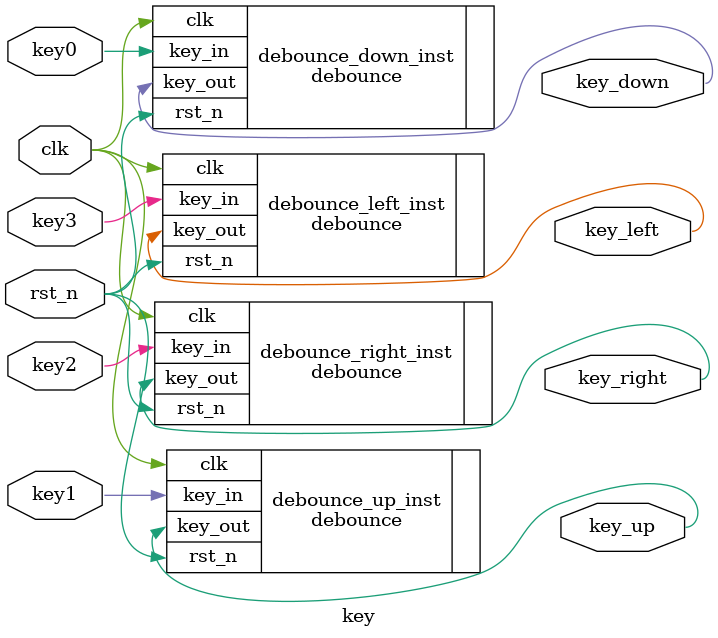
<source format=v>
/************************************************************************
 * Author        : Wen Chunyang
 * Email         : 1494640955@qq.com
 * Create time   : 2018-04-11 14:34
 * Last modified : 2018-04-11 14:34
 * Filename      : key.v
 * Description   : 
 * *********************************************************************/
module  key(
        input                   clk                     ,
        input                   rst_n                   ,
        //key
        input                   key3                    ,
        input                   key2                    ,
        input                   key1                    ,
        input                   key0                    ,
        //key out
        output  wire            key_left                ,
        output  wire            key_right               ,
        output  wire            key_up                  ,
        output  wire            key_down 
);
//=====================================================================\
// ********** Define Parameter and Internal Signals *************
//=====================================================================/


//======================================================================
// ***************      Main    Code    ****************
//======================================================================




debounce    debounce_left_inst(
        .clk                    (clk                    ),
        .rst_n                  (rst_n                  ),
        //key
        .key_in                 (key3                   ),
        .key_out                (key_left               )
);
debounce    debounce_right_inst(
        .clk                    (clk                    ),
        .rst_n                  (rst_n                  ),
        //key
        .key_in                 (key2                   ),
        .key_out                (key_right              )
);
debounce    debounce_up_inst(
        .clk                    (clk                    ),
        .rst_n                  (rst_n                  ),
        //key
        .key_in                 (key1                   ),
        .key_out                (key_up                 )
);
debounce    debounce_down_inst(
        .clk                    (clk                    ),
        .rst_n                  (rst_n                  ),
        //key
        .key_in                 (key0                   ),
        .key_out                (key_down               )
);

endmodule

</source>
